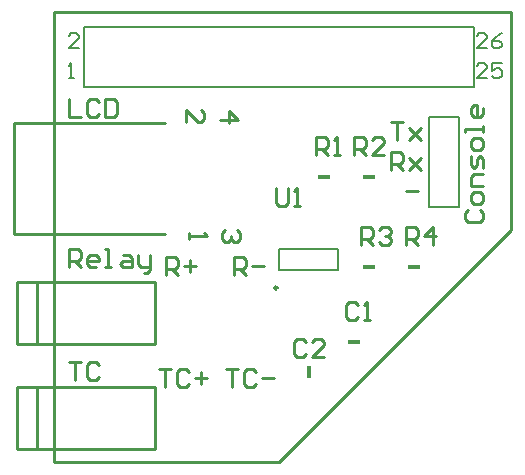
<source format=gto>
G04 Layer_Color=65535*
%FSLAX23Y23*%
%MOIN*%
G70*
G01*
G75*
%ADD13C,0.010*%
%ADD23C,0.010*%
%ADD24C,0.008*%
%ADD25C,0.008*%
%ADD26R,0.041X0.018*%
%ADD27R,0.018X0.041*%
D13*
X1000Y5000D02*
X2525D01*
Y4275D02*
Y5000D01*
X1000Y3500D02*
Y5000D01*
Y3500D02*
X1750D01*
X2525Y4275D01*
X868Y4261D02*
Y4631D01*
X1128D01*
X868Y4261D02*
X1128D01*
X1372D01*
X1128Y4631D02*
X1372D01*
X879Y4102D02*
X1337D01*
X879Y3894D02*
Y4102D01*
Y3893D02*
X1337D01*
Y4101D01*
X946Y3897D02*
Y4102D01*
X879Y3752D02*
X1337D01*
X879Y3544D02*
Y3752D01*
Y3543D02*
X1337D01*
Y3751D01*
X946Y3547D02*
Y3752D01*
X1742Y4414D02*
Y4364D01*
X1752Y4354D01*
X1772D01*
X1782Y4364D01*
Y4414D01*
X1802Y4354D02*
X1822D01*
X1812D01*
Y4414D01*
X1802Y4404D01*
X1050Y3835D02*
X1090D01*
X1070D01*
Y3775D01*
X1150Y3825D02*
X1140Y3835D01*
X1120D01*
X1110Y3825D01*
Y3785D01*
X1120Y3775D01*
X1140D01*
X1150Y3785D01*
X1050Y4150D02*
Y4210D01*
X1080D01*
X1090Y4200D01*
Y4180D01*
X1080Y4170D01*
X1050D01*
X1070D02*
X1090Y4150D01*
X1140D02*
X1120D01*
X1110Y4160D01*
Y4180D01*
X1120Y4190D01*
X1140D01*
X1150Y4180D01*
Y4170D01*
X1110D01*
X1170Y4150D02*
X1190D01*
X1180D01*
Y4210D01*
X1170D01*
X1230Y4190D02*
X1250D01*
X1260Y4180D01*
Y4150D01*
X1230D01*
X1220Y4160D01*
X1230Y4170D01*
X1260D01*
X1280Y4190D02*
Y4160D01*
X1290Y4150D01*
X1320D01*
Y4140D01*
X1310Y4130D01*
X1300D01*
X1320Y4150D02*
Y4190D01*
X2175Y4225D02*
Y4285D01*
X2205D01*
X2215Y4275D01*
Y4255D01*
X2205Y4245D01*
X2175D01*
X2195D02*
X2215Y4225D01*
X2265D02*
Y4285D01*
X2235Y4255D01*
X2275D01*
X2025Y4225D02*
Y4285D01*
X2055D01*
X2065Y4275D01*
Y4255D01*
X2055Y4245D01*
X2025D01*
X2045D02*
X2065Y4225D01*
X2085Y4275D02*
X2095Y4285D01*
X2115D01*
X2125Y4275D01*
Y4265D01*
X2115Y4255D01*
X2105D01*
X2115D01*
X2125Y4245D01*
Y4235D01*
X2115Y4225D01*
X2095D01*
X2085Y4235D01*
X2000Y4525D02*
Y4585D01*
X2030D01*
X2040Y4575D01*
Y4555D01*
X2030Y4545D01*
X2000D01*
X2020D02*
X2040Y4525D01*
X2100D02*
X2060D01*
X2100Y4565D01*
Y4575D01*
X2090Y4585D01*
X2070D01*
X2060Y4575D01*
X1875Y4525D02*
Y4585D01*
X1905D01*
X1915Y4575D01*
Y4555D01*
X1905Y4545D01*
X1875D01*
X1895D02*
X1915Y4525D01*
X1935D02*
X1955D01*
X1945D01*
Y4585D01*
X1935Y4575D01*
X1050Y4710D02*
Y4650D01*
X1090D01*
X1150Y4700D02*
X1140Y4710D01*
X1120D01*
X1110Y4700D01*
Y4660D01*
X1120Y4650D01*
X1140D01*
X1150Y4660D01*
X1170Y4710D02*
Y4650D01*
X1200D01*
X1210Y4660D01*
Y4700D01*
X1200Y4710D01*
X1170D01*
X2380Y4340D02*
X2370Y4330D01*
Y4310D01*
X2380Y4300D01*
X2420D01*
X2430Y4310D01*
Y4330D01*
X2420Y4340D01*
X2430Y4370D02*
Y4390D01*
X2420Y4400D01*
X2400D01*
X2390Y4390D01*
Y4370D01*
X2400Y4360D01*
X2420D01*
X2430Y4370D01*
Y4420D02*
X2390D01*
Y4450D01*
X2400Y4460D01*
X2430D01*
Y4480D02*
Y4510D01*
X2420Y4520D01*
X2410Y4510D01*
Y4490D01*
X2400Y4480D01*
X2390Y4490D01*
Y4520D01*
X2430Y4550D02*
Y4570D01*
X2420Y4580D01*
X2400D01*
X2390Y4570D01*
Y4550D01*
X2400Y4540D01*
X2420D01*
X2430Y4550D01*
Y4600D02*
Y4620D01*
Y4610D01*
X2370D01*
Y4600D01*
X2430Y4680D02*
Y4660D01*
X2420Y4650D01*
X2400D01*
X2390Y4660D01*
Y4680D01*
X2400Y4690D01*
X2410D01*
Y4650D01*
X1840Y3900D02*
X1830Y3910D01*
X1810D01*
X1800Y3900D01*
Y3860D01*
X1810Y3850D01*
X1830D01*
X1840Y3860D01*
X1900Y3850D02*
X1860D01*
X1900Y3890D01*
Y3900D01*
X1890Y3910D01*
X1870D01*
X1860Y3900D01*
X2015Y4025D02*
X2005Y4035D01*
X1985D01*
X1975Y4025D01*
Y3985D01*
X1985Y3975D01*
X2005D01*
X2015Y3985D01*
X2035Y3975D02*
X2055D01*
X2045D01*
Y4035D01*
X2035Y4025D01*
X1440Y4633D02*
Y4673D01*
X1480Y4633D01*
X1490D01*
X1500Y4643D01*
Y4663D01*
X1490Y4673D01*
X1610Y4275D02*
X1620Y4265D01*
Y4245D01*
X1610Y4235D01*
X1600D01*
X1590Y4245D01*
Y4255D01*
Y4245D01*
X1580Y4235D01*
X1570D01*
X1560Y4245D01*
Y4265D01*
X1570Y4275D01*
X1555Y4640D02*
X1615D01*
X1585Y4670D01*
Y4630D01*
X1450Y4265D02*
Y4245D01*
Y4255D01*
X1510D01*
X1500Y4265D01*
X1350Y3810D02*
X1390D01*
X1370D01*
Y3750D01*
X1450Y3800D02*
X1440Y3810D01*
X1420D01*
X1410Y3800D01*
Y3760D01*
X1420Y3750D01*
X1440D01*
X1450Y3760D01*
X1470Y3780D02*
X1510D01*
X1490Y3800D02*
Y3760D01*
X1575Y3810D02*
X1615D01*
X1595D01*
Y3750D01*
X1675Y3800D02*
X1665Y3810D01*
X1645D01*
X1635Y3800D01*
Y3760D01*
X1645Y3750D01*
X1665D01*
X1675Y3760D01*
X1695Y3780D02*
X1735D01*
X1375Y4125D02*
Y4185D01*
X1405D01*
X1415Y4175D01*
Y4155D01*
X1405Y4145D01*
X1375D01*
X1395D02*
X1415Y4125D01*
X1435Y4155D02*
X1475D01*
X1455Y4175D02*
Y4135D01*
X1600Y4125D02*
Y4185D01*
X1630D01*
X1640Y4175D01*
Y4155D01*
X1630Y4145D01*
X1600D01*
X1620D02*
X1640Y4125D01*
X1660Y4155D02*
X1700D01*
X2175Y4405D02*
X2215D01*
X2125Y4635D02*
X2165D01*
X2145D01*
Y4575D01*
X2185Y4615D02*
X2225Y4575D01*
X2205Y4595D01*
X2225Y4615D01*
X2185Y4575D01*
X2125Y4475D02*
Y4535D01*
X2155D01*
X2165Y4525D01*
Y4505D01*
X2155Y4495D01*
X2125D01*
X2145D02*
X2165Y4475D01*
X2185Y4515D02*
X2225Y4475D01*
X2205Y4495D01*
X2225Y4515D01*
X2185Y4475D01*
D23*
X1746Y4081D02*
G03*
X1746Y4081I-5J0D01*
G01*
D24*
X1948Y4140D02*
Y4210D01*
X1752Y4140D02*
Y4210D01*
X1948D01*
X1752Y4140D02*
X1948D01*
X2250Y4650D02*
X2350D01*
Y4350D02*
Y4650D01*
X2250Y4350D02*
X2350D01*
X2250D02*
Y4650D01*
X2400Y4750D02*
Y4950D01*
X1100Y4750D02*
Y4950D01*
X2400D01*
X1100Y4750D02*
X2400D01*
D25*
X1083Y4880D02*
X1050D01*
X1083Y4913D01*
Y4922D01*
X1075Y4930D01*
X1058D01*
X1050Y4922D01*
Y4780D02*
X1067D01*
X1058D01*
Y4830D01*
X1050Y4822D01*
X2443Y4780D02*
X2410D01*
X2443Y4813D01*
Y4822D01*
X2435Y4830D01*
X2418D01*
X2410Y4822D01*
X2493Y4830D02*
X2460D01*
Y4805D01*
X2477Y4813D01*
X2485D01*
X2493Y4805D01*
Y4788D01*
X2485Y4780D01*
X2468D01*
X2460Y4788D01*
X2443Y4880D02*
X2410D01*
X2443Y4913D01*
Y4922D01*
X2435Y4930D01*
X2418D01*
X2410Y4922D01*
X2493Y4930D02*
X2477Y4922D01*
X2460Y4905D01*
Y4888D01*
X2468Y4880D01*
X2485D01*
X2493Y4888D01*
Y4897D01*
X2485Y4905D01*
X2460D01*
D26*
X2050Y4150D02*
D03*
X2200D02*
D03*
X2000Y3900D02*
D03*
X1900Y4450D02*
D03*
X2050D02*
D03*
D27*
X1850Y3800D02*
D03*
M02*

</source>
